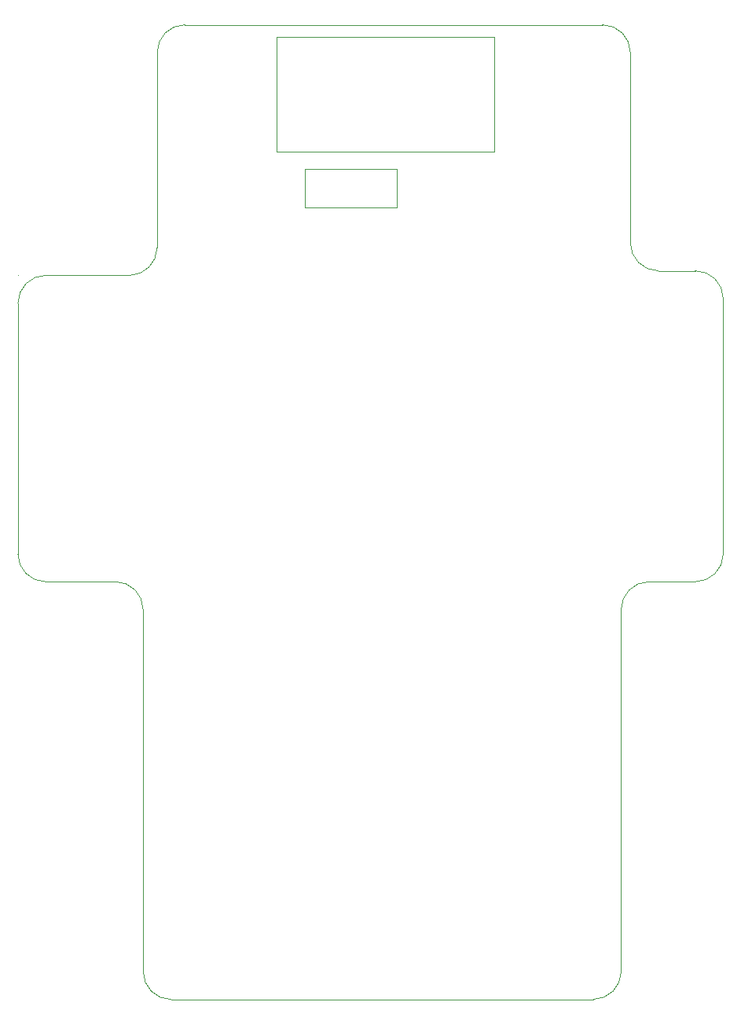
<source format=gm1>
%TF.GenerationSoftware,KiCad,Pcbnew,9.0.6*%
%TF.CreationDate,2026-01-26T22:39:46+07:00*%
%TF.ProjectId,BluetoothCar,426c7565-746f-46f7-9468-4361722e6b69,rev?*%
%TF.SameCoordinates,Original*%
%TF.FileFunction,Profile,NP*%
%FSLAX46Y46*%
G04 Gerber Fmt 4.6, Leading zero omitted, Abs format (unit mm)*
G04 Created by KiCad (PCBNEW 9.0.6) date 2026-01-26 22:39:46*
%MOMM*%
%LPD*%
G01*
G04 APERTURE LIST*
%TA.AperFunction,Profile*%
%ADD10C,0.050000*%
%TD*%
G04 APERTURE END LIST*
D10*
X99900000Y-54300000D02*
X123300000Y-54300000D01*
X123300000Y-66700000D01*
X99900000Y-66700000D01*
X99900000Y-54300000D01*
X87000000Y-56000000D02*
G75*
G02*
X90000000Y-53000000I3000000J0D01*
G01*
X75000000Y-80000000D02*
X84000000Y-80000000D01*
X134000000Y-158000000D02*
X88500000Y-158000000D01*
X85500000Y-155000000D02*
X85500000Y-116000000D01*
X137000000Y-116000000D02*
G75*
G02*
X140000000Y-113000000I3000000J0D01*
G01*
X137000000Y-155000000D02*
G75*
G02*
X134000000Y-158000000I-3000000J0D01*
G01*
X137000000Y-116000000D02*
X137000000Y-155000000D01*
X72000000Y-110000000D02*
X72000000Y-83000000D01*
X75000000Y-113000000D02*
G75*
G02*
X72000000Y-110000000I0J3000000D01*
G01*
X145000000Y-79500000D02*
G75*
G02*
X148000000Y-82500000I0J-3000000D01*
G01*
X82500000Y-113000000D02*
G75*
G02*
X85500000Y-116000000I0J-3000000D01*
G01*
X138000000Y-56000000D02*
X138000000Y-76500000D01*
X135000000Y-53000000D02*
G75*
G02*
X138000000Y-56000000I0J-3000000D01*
G01*
X141000000Y-79500000D02*
G75*
G02*
X138000000Y-76500000I0J3000000D01*
G01*
X87000000Y-77000000D02*
G75*
G02*
X84000000Y-80000000I-3000000J0D01*
G01*
X141000000Y-79500000D02*
X145000000Y-79500000D01*
X87000000Y-77000000D02*
X87000000Y-56000000D01*
X148000000Y-82500000D02*
X148000000Y-110000000D01*
X88500000Y-158000000D02*
G75*
G02*
X85500000Y-155000000I0J3000000D01*
G01*
X145000000Y-113000000D02*
X140000000Y-113000000D01*
X90000000Y-53000000D02*
X135000000Y-53000000D01*
X148000000Y-110000000D02*
G75*
G02*
X145000000Y-113000000I-3000000J0D01*
G01*
X72000000Y-83000000D02*
G75*
G02*
X75000000Y-80000000I3000000J0D01*
G01*
X82500000Y-113000000D02*
X75000000Y-113000000D01*
X102940000Y-68575000D02*
X112800000Y-68575000D01*
X112800000Y-72675000D01*
X102940000Y-72675000D01*
X102940000Y-68575000D01*
X72000000Y-80000000D02*
X72000000Y-80000000D01*
M02*

</source>
